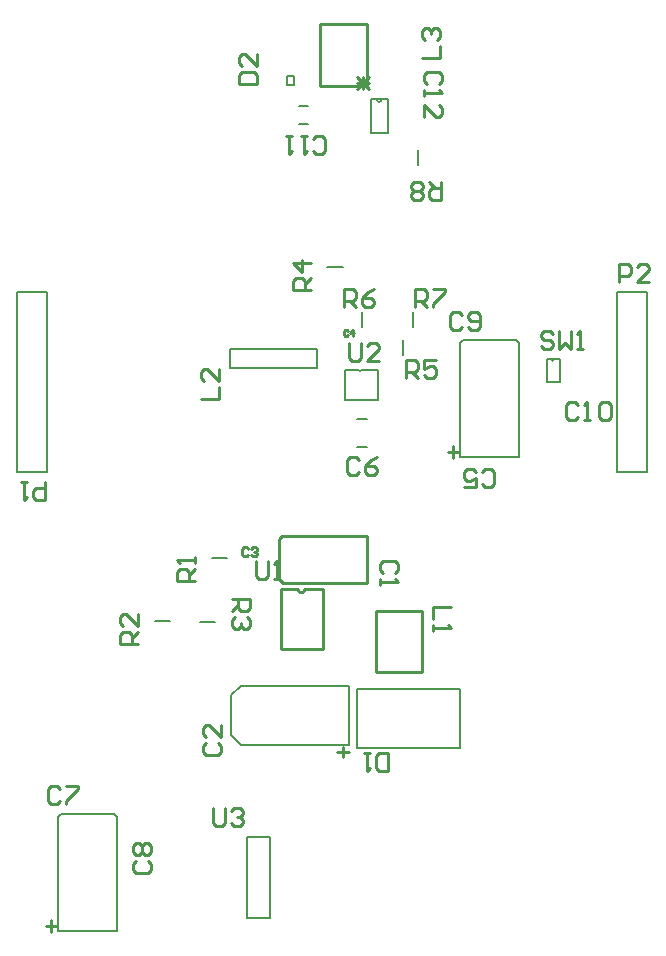
<source format=gto>
%FSLAX25Y25*%
%MOIN*%
G70*
G01*
G75*
%ADD10C,0.03000*%
%ADD11C,0.02000*%
%ADD12C,0.01000*%
%ADD13C,0.01500*%
%ADD14C,0.01200*%
%ADD15O,0.02756X0.01181*%
%ADD16R,0.02756X0.01181*%
%ADD17O,0.04724X0.01221*%
%ADD18R,0.04724X0.01221*%
%ADD19R,0.06693X0.13000*%
G04:AMPARAMS|DCode=20|XSize=66.93mil|YSize=130mil|CornerRadius=0mil|HoleSize=0mil|Usage=FLASHONLY|Rotation=180.000|XOffset=0mil|YOffset=0mil|HoleType=Round|Shape=Octagon|*
%AMOCTAGOND20*
4,1,8,0.01673,-0.06500,-0.01673,-0.06500,-0.03347,-0.04827,-0.03347,0.04827,-0.01673,0.06500,0.01673,0.06500,0.03347,0.04827,0.03347,-0.04827,0.01673,-0.06500,0.0*
%
%ADD20OCTAGOND20*%

G04:AMPARAMS|DCode=21|XSize=78.74mil|YSize=98.43mil|CornerRadius=0mil|HoleSize=0mil|Usage=FLASHONLY|Rotation=180.000|XOffset=0mil|YOffset=0mil|HoleType=Round|Shape=Octagon|*
%AMOCTAGOND21*
4,1,8,0.01969,-0.04921,-0.01969,-0.04921,-0.03937,-0.02953,-0.03937,0.02953,-0.01969,0.04921,0.01969,0.04921,0.03937,0.02953,0.03937,-0.02953,0.01969,-0.04921,0.0*
%
%ADD21OCTAGOND21*%

%ADD22R,0.07874X0.09843*%
%ADD23R,0.04331X0.05512*%
%ADD24R,0.10906X0.16732*%
%ADD25R,0.05906X0.05512*%
%ADD26R,0.06000X0.06000*%
%ADD27R,0.05500X0.03000*%
%ADD28O,0.05500X0.03000*%
%ADD29R,0.05512X0.05906*%
%ADD30R,0.04331X0.06693*%
%ADD31R,0.05512X0.02559*%
G04:AMPARAMS|DCode=32|XSize=55.12mil|YSize=25.59mil|CornerRadius=0mil|HoleSize=0mil|Usage=FLASHONLY|Rotation=180.000|XOffset=0mil|YOffset=0mil|HoleType=Round|Shape=Octagon|*
%AMOCTAGOND32*
4,1,8,-0.02756,0.00640,-0.02756,-0.00640,-0.02116,-0.01280,0.02116,-0.01280,0.02756,-0.00640,0.02756,0.00640,0.02116,0.01280,-0.02116,0.01280,-0.02756,0.00640,0.0*
%
%ADD32OCTAGOND32*%

%ADD33R,0.08661X0.12795*%
%ADD34O,0.08661X0.03937*%
%ADD35R,0.08661X0.03937*%
%ADD36R,0.16732X0.10906*%
%ADD37R,0.04331X0.10236*%
%ADD38R,0.05512X0.04331*%
%ADD39R,0.28740X0.10433*%
%ADD40R,0.06496X0.01969*%
%ADD41O,0.06496X0.01969*%
%ADD42C,0.02500*%
%ADD43C,0.05906*%
%ADD44R,0.05906X0.05906*%
%ADD45C,0.06000*%
%ADD46C,0.00787*%
D12*
X223500Y179500D02*
G03*
X226000Y179500I1250J0D01*
G01*
X246750Y181528D02*
Y189500D01*
X218556Y181528D02*
X246750D01*
X217250Y182833D02*
X218556Y181528D01*
X217250Y182833D02*
Y196167D01*
X218457Y197374D01*
X246750D01*
Y189500D02*
Y197374D01*
X238717Y123720D02*
Y126870D01*
X236748Y125295D02*
X240685D01*
X257500Y172250D02*
X265000D01*
X249500D02*
X257500D01*
X265000Y151750D02*
Y172250D01*
X249500Y151750D02*
X265000D01*
X249500D02*
Y172250D01*
X217945Y179500D02*
X223500D01*
X226000D02*
X231921D01*
Y159500D02*
Y179500D01*
X217945Y159500D02*
X231921D01*
X217945D02*
Y179500D01*
X231000Y347250D02*
Y367750D01*
Y347250D02*
X246500D01*
Y367750D01*
X231000D02*
X239000D01*
X246500D01*
X275295Y223315D02*
Y227252D01*
X273721Y225284D02*
X276870D01*
X141295Y65315D02*
Y69252D01*
X139720Y67283D02*
X142870D01*
X209500Y188998D02*
Y184000D01*
X210500Y183000D01*
X212499D01*
X213499Y184000D01*
Y188998D01*
X215498Y183000D02*
X217497D01*
X216498D01*
Y188998D01*
X215498Y187998D01*
X201650Y176350D02*
X207648D01*
Y173351D01*
X206648Y172351D01*
X204649D01*
X203649Y173351D01*
Y176350D01*
Y174351D02*
X201650Y172351D01*
X206648Y170352D02*
X207648Y169352D01*
Y167353D01*
X206648Y166353D01*
X205649D01*
X204649Y167353D01*
Y168353D01*
Y167353D01*
X203649Y166353D01*
X202650D01*
X201650Y167353D01*
Y169352D01*
X202650Y170352D01*
X170350Y161150D02*
X164352D01*
Y164149D01*
X165352Y165149D01*
X167351D01*
X168351Y164149D01*
Y161150D01*
Y163149D02*
X170350Y165149D01*
Y171147D02*
Y167148D01*
X166351Y171147D01*
X165352D01*
X164352Y170147D01*
Y168148D01*
X165352Y167148D01*
X189350Y182150D02*
X183352D01*
Y185149D01*
X184352Y186149D01*
X186351D01*
X187351Y185149D01*
Y182150D01*
Y184149D02*
X189350Y186149D01*
Y188148D02*
Y190147D01*
Y189148D01*
X183352D01*
X184352Y188148D01*
X274548Y173650D02*
X268550D01*
Y169651D01*
Y167652D02*
Y165653D01*
Y166652D01*
X274548D01*
X273548Y167652D01*
X253500Y119002D02*
Y125000D01*
X250501D01*
X249501Y124000D01*
Y120002D01*
X250501Y119002D01*
X253500D01*
X247502Y125000D02*
X245503D01*
X246502D01*
Y119002D01*
X247502Y120002D01*
X206999Y192999D02*
X206500Y193499D01*
X205500D01*
X205000Y192999D01*
Y191000D01*
X205500Y190500D01*
X206500D01*
X206999Y191000D01*
X207999Y192999D02*
X208499Y193499D01*
X209499D01*
X209998Y192999D01*
Y192499D01*
X209499Y191999D01*
X208999D01*
X209499D01*
X209998Y191500D01*
Y191000D01*
X209499Y190500D01*
X208499D01*
X207999Y191000D01*
X192952Y128249D02*
X191952Y127249D01*
Y125250D01*
X192952Y124250D01*
X196950D01*
X197950Y125250D01*
Y127249D01*
X196950Y128249D01*
X197950Y134247D02*
Y130248D01*
X193951Y134247D01*
X192952D01*
X191952Y133247D01*
Y131248D01*
X192952Y130248D01*
X255998Y185001D02*
X256998Y186001D01*
Y188000D01*
X255998Y189000D01*
X252000D01*
X251000Y188000D01*
Y186001D01*
X252000Y185001D01*
X251000Y183002D02*
Y181003D01*
Y182002D01*
X256998D01*
X255998Y183002D01*
X243150Y350248D02*
X247149Y346250D01*
X243150D02*
X247149Y350248D01*
X243150Y348249D02*
X247149D01*
X245149Y346250D02*
Y350248D01*
X240333Y265666D02*
X240000Y265999D01*
X239333D01*
X239000Y265666D01*
Y264333D01*
X239333Y264000D01*
X240000D01*
X240333Y264333D01*
X241999Y264000D02*
Y265999D01*
X240999Y265000D01*
X242332D01*
X285001Y214502D02*
X286001Y213502D01*
X288000D01*
X289000Y214502D01*
Y218500D01*
X288000Y219500D01*
X286001D01*
X285001Y218500D01*
X279003Y213502D02*
X283002D01*
Y216501D01*
X281003Y215501D01*
X280003D01*
X279003Y216501D01*
Y218500D01*
X280003Y219500D01*
X282002D01*
X283002Y218500D01*
X243999Y222498D02*
X242999Y223498D01*
X241000D01*
X240000Y222498D01*
Y218500D01*
X241000Y217500D01*
X242999D01*
X243999Y218500D01*
X249997Y223498D02*
X247997Y222498D01*
X245998Y220499D01*
Y218500D01*
X246998Y217500D01*
X248997D01*
X249997Y218500D01*
Y219499D01*
X248997Y220499D01*
X245998D01*
X144249Y113048D02*
X143249Y114048D01*
X141250D01*
X140250Y113048D01*
Y109050D01*
X141250Y108050D01*
X143249D01*
X144249Y109050D01*
X146248Y114048D02*
X150247D01*
Y113048D01*
X146248Y109050D01*
Y108050D01*
X278249Y271048D02*
X277249Y272048D01*
X275250D01*
X274250Y271048D01*
Y267050D01*
X275250Y266050D01*
X277249D01*
X278249Y267050D01*
X280248D02*
X281248Y266050D01*
X283247D01*
X284247Y267050D01*
Y271048D01*
X283247Y272048D01*
X281248D01*
X280248Y271048D01*
Y270049D01*
X281248Y269049D01*
X284247D01*
X228551Y325552D02*
X229551Y324552D01*
X231550D01*
X232550Y325552D01*
Y329550D01*
X231550Y330550D01*
X229551D01*
X228551Y329550D01*
X226552Y330550D02*
X224553D01*
X225552D01*
Y324552D01*
X226552Y325552D01*
X221554Y330550D02*
X219554D01*
X220554D01*
Y324552D01*
X221554Y325552D01*
X270748Y347851D02*
X271748Y348851D01*
Y350850D01*
X270748Y351850D01*
X266750D01*
X265750Y350850D01*
Y348851D01*
X266750Y347851D01*
X265750Y345852D02*
Y343853D01*
Y344852D01*
X271748D01*
X270748Y345852D01*
X265750Y336855D02*
Y340854D01*
X269749Y336855D01*
X270748D01*
X271748Y337855D01*
Y339854D01*
X270748Y340854D01*
X204052Y348050D02*
X210050D01*
Y351049D01*
X209050Y352049D01*
X205052D01*
X204052Y351049D01*
Y348050D01*
X210050Y358047D02*
Y354048D01*
X206051Y358047D01*
X205052D01*
X204052Y357047D01*
Y355048D01*
X205052Y354048D01*
X191252Y242750D02*
X197250D01*
Y246749D01*
Y252747D02*
Y248748D01*
X193251Y252747D01*
X192252D01*
X191252Y251747D01*
Y249748D01*
X192252Y248748D01*
X265002Y356500D02*
X271000D01*
Y360499D01*
X266002Y362498D02*
X265002Y363498D01*
Y365497D01*
X266002Y366497D01*
X267001D01*
X268001Y365497D01*
Y364497D01*
Y365497D01*
X269001Y366497D01*
X270000D01*
X271000Y365497D01*
Y363498D01*
X270000Y362498D01*
X227850Y279150D02*
X221852D01*
Y282149D01*
X222852Y283149D01*
X224851D01*
X225851Y282149D01*
Y279150D01*
Y281149D02*
X227850Y283149D01*
Y288147D02*
X221852D01*
X224851Y285148D01*
Y289147D01*
X259500Y250000D02*
Y255998D01*
X262499D01*
X263499Y254998D01*
Y252999D01*
X262499Y251999D01*
X259500D01*
X261499D02*
X263499Y250000D01*
X269497Y255998D02*
X265498D01*
Y252999D01*
X267497Y253999D01*
X268497D01*
X269497Y252999D01*
Y251000D01*
X268497Y250000D01*
X266498D01*
X265498Y251000D01*
X239000Y273500D02*
Y279498D01*
X241999D01*
X242999Y278498D01*
Y276499D01*
X241999Y275499D01*
X239000D01*
X240999D02*
X242999Y273500D01*
X248997Y279498D02*
X246997Y278498D01*
X244998Y276499D01*
Y274500D01*
X245998Y273500D01*
X247997D01*
X248997Y274500D01*
Y275499D01*
X247997Y276499D01*
X244998D01*
X262500Y273500D02*
Y279498D01*
X265499D01*
X266499Y278498D01*
Y276499D01*
X265499Y275499D01*
X262500D01*
X264499D02*
X266499Y273500D01*
X268498Y279498D02*
X272497D01*
Y278498D01*
X268498Y274500D01*
Y273500D01*
X271350Y315350D02*
Y309352D01*
X268351D01*
X267351Y310352D01*
Y312351D01*
X268351Y313351D01*
X271350D01*
X269351D02*
X267351Y315350D01*
X265352Y310352D02*
X264352Y309352D01*
X262353D01*
X261353Y310352D01*
Y311351D01*
X262353Y312351D01*
X261353Y313351D01*
Y314350D01*
X262353Y315350D01*
X264352D01*
X265352Y314350D01*
Y313351D01*
X264352Y312351D01*
X265352Y311351D01*
Y310352D01*
X264352Y312351D02*
X262353D01*
X308649Y264648D02*
X307649Y265648D01*
X305650D01*
X304650Y264648D01*
Y263649D01*
X305650Y262649D01*
X307649D01*
X308649Y261649D01*
Y260650D01*
X307649Y259650D01*
X305650D01*
X304650Y260650D01*
X310648Y265648D02*
Y259650D01*
X312647Y261649D01*
X314647Y259650D01*
Y265648D01*
X316646Y259650D02*
X318646D01*
X317646D01*
Y265648D01*
X316646Y264648D01*
X240500Y261498D02*
Y256500D01*
X241500Y255500D01*
X243499D01*
X244499Y256500D01*
Y261498D01*
X250497Y255500D02*
X246498D01*
X250497Y259499D01*
Y260498D01*
X249497Y261498D01*
X247498D01*
X246498Y260498D01*
X195250Y106648D02*
Y101650D01*
X196250Y100650D01*
X198249D01*
X199249Y101650D01*
Y106648D01*
X201248Y105648D02*
X202248Y106648D01*
X204247D01*
X205247Y105648D01*
Y104649D01*
X204247Y103649D01*
X203247D01*
X204247D01*
X205247Y102649D01*
Y101650D01*
X204247Y100650D01*
X202248D01*
X201248Y101650D01*
X169652Y88749D02*
X168652Y87749D01*
Y85750D01*
X169652Y84750D01*
X173650D01*
X174650Y85750D01*
Y87749D01*
X173650Y88749D01*
X169652Y90748D02*
X168652Y91748D01*
Y93747D01*
X169652Y94747D01*
X170651D01*
X171651Y93747D01*
X172651Y94747D01*
X173650D01*
X174650Y93747D01*
Y91748D01*
X173650Y90748D01*
X172651D01*
X171651Y91748D01*
X170651Y90748D01*
X169652D01*
X171651Y91748D02*
Y93747D01*
X316999Y240998D02*
X315999Y241998D01*
X314000D01*
X313000Y240998D01*
Y237000D01*
X314000Y236000D01*
X315999D01*
X316999Y237000D01*
X318998Y236000D02*
X320997D01*
X319998D01*
Y241998D01*
X318998Y240998D01*
X323996D02*
X324996Y241998D01*
X326995D01*
X327995Y240998D01*
Y237000D01*
X326995Y236000D01*
X324996D01*
X323996Y237000D01*
Y240998D01*
X139350Y215150D02*
Y209152D01*
X136351D01*
X135351Y210152D01*
Y212151D01*
X136351Y213151D01*
X139350D01*
X133352Y215150D02*
X131353D01*
X132352D01*
Y209152D01*
X133352Y210152D01*
X330650Y281850D02*
Y287848D01*
X333649D01*
X334649Y286848D01*
Y284849D01*
X333649Y283849D01*
X330650D01*
X340647Y281850D02*
X336648D01*
X340647Y285849D01*
Y286848D01*
X339647Y287848D01*
X337648D01*
X336648Y286848D01*
D46*
X307805Y256279D02*
G03*
X309085Y256279I640J0D01*
G01*
X243776Y252484D02*
G03*
X244760Y252484I492J0D01*
G01*
X212681Y97028D02*
G03*
X208154Y97028I-2264J-12525D01*
G01*
X249766Y342870D02*
G03*
X251636Y342870I935J0D01*
G01*
X310906Y248602D02*
Y256279D01*
X306575Y248602D02*
X310906D01*
X306575D02*
Y256279D01*
X309085D01*
X307805D02*
X310906D01*
X239150Y242642D02*
Y252484D01*
Y242642D02*
X250173D01*
Y252484D01*
X244760D02*
X250173D01*
X239150D02*
X243776D01*
X277626Y126657D02*
Y136500D01*
X243374Y126657D02*
X277626D01*
X243374D02*
Y146343D01*
X277626D01*
Y136500D02*
Y146343D01*
X240606Y137500D02*
Y147343D01*
X204675D02*
X240606D01*
X201394Y144062D02*
X204675Y147343D01*
X201394Y130938D02*
Y144062D01*
Y130938D02*
X204675Y127657D01*
X240606D01*
Y137500D01*
X194941Y190000D02*
X200059D01*
X175941Y169000D02*
X181059D01*
X190941Y168500D02*
X196059D01*
X263500Y320941D02*
Y326059D01*
X223925Y334547D02*
X227075D01*
X223925Y340453D02*
X227075D01*
X222181Y347425D02*
Y350575D01*
X219819D02*
X222181D01*
X219819Y347425D02*
Y350575D01*
Y347425D02*
X222181D01*
X206618Y69862D02*
Y97028D01*
Y69862D02*
X214216D01*
Y97028D01*
X212681D02*
X214216D01*
X206618D02*
X208154D01*
X277658Y223394D02*
X287500D01*
X277658D02*
Y261504D01*
X278760Y262606D01*
X296240D01*
X297342Y261504D01*
Y223394D02*
Y261504D01*
X287500Y223394D02*
X297342D01*
X143658Y65394D02*
X153500D01*
X143658D02*
Y103504D01*
X144760Y104606D01*
X162240D01*
X163342Y103504D01*
Y65394D02*
Y103504D01*
X153500Y65394D02*
X163342D01*
X243425Y236224D02*
X246575D01*
X243425Y226776D02*
X246575D01*
X262000Y266941D02*
Y272059D01*
X208307Y253350D02*
X229961D01*
Y259650D01*
X200827D02*
X229961D01*
X200827Y253350D02*
Y259650D01*
Y253350D02*
X208307D01*
X245000Y266941D02*
Y272059D01*
X258500Y257441D02*
Y262559D01*
X233441Y287000D02*
X238559D01*
X340000Y218500D02*
Y278500D01*
X330000Y218500D02*
Y278500D01*
Y218500D02*
X340000D01*
X330000Y278500D02*
X340000D01*
X130000Y218500D02*
Y278500D01*
X140000Y218500D02*
Y278500D01*
X130000D02*
X140000D01*
X130000Y218500D02*
X140000D01*
X249766Y342870D02*
X253555D01*
X248043D02*
X251636D01*
X248043Y331650D02*
Y342870D01*
Y331650D02*
X253555D01*
Y342870D01*
M02*

</source>
